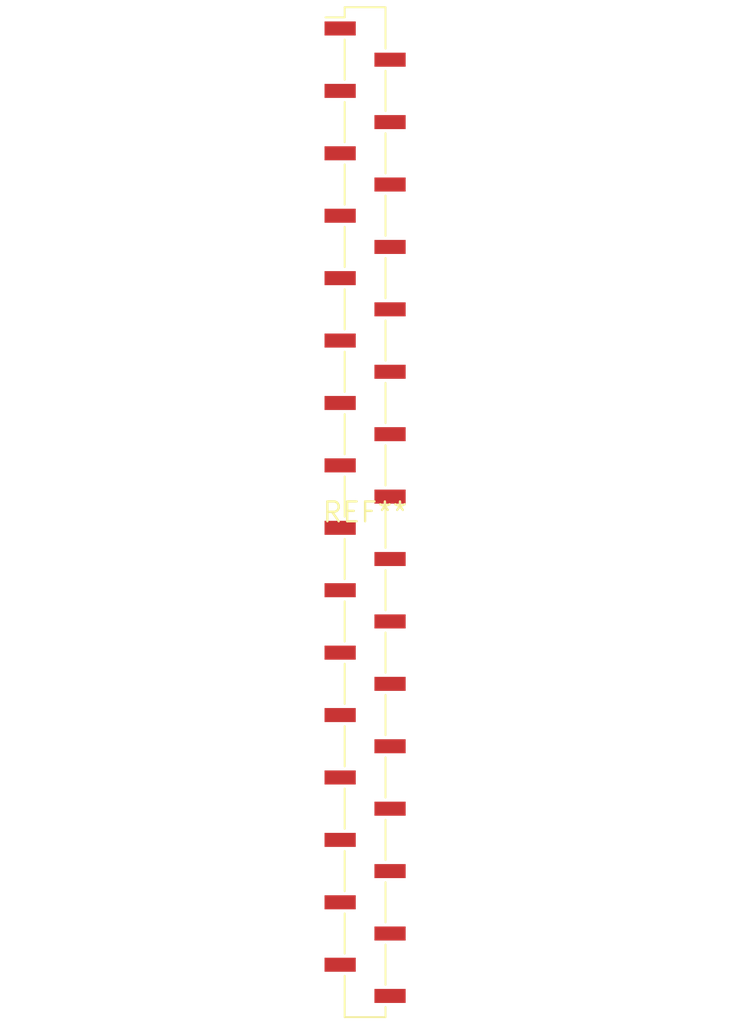
<source format=kicad_pcb>
(kicad_pcb (version 20240108) (generator pcbnew)
  (layers (0 "F.Cu" signal) (31 "B.Cu" signal) (34 "B.Paste" user) (35 "F.Paste" user) (36 "B.SilkS" user "B.Silkscreen") (37 "F.SilkS" user "F.Silkscreen") (38 "B.Mask" user) (39 "F.Mask" user) (44 "Edge.Cuts" user))
  (net 0 "")
  (footprint "PinSocket_1x32_P2.00mm_Vertical_SMD_Pin1Left" (layer "F.Cu") (at 0 0)
    (property "Reference" "REF**")
    (property "Value" "PinSocket_1x32_P2.00mm_Vertical_SMD_Pin1Left")
    (fp_line (start -2.54 -31.71) (end -1.31 -31.71) (layer "F.SilkS") (stroke (width 0.12)))
    (fp_line (start -1.31 -32.36) (end -1.31 -31.71) (layer "F.SilkS") (stroke (width 0.12)))
    (fp_line (start -1.31 -32.36) (end 1.31 -32.36) (layer "F.SilkS") (stroke (width 0.12)))
    (fp_line (start -1.31 -30.29) (end -1.31 -27.71) (layer "F.SilkS") (stroke (width 0.12)))
    (fp_line (start -1.31 -26.29) (end -1.31 -23.71) (layer "F.SilkS") (stroke (width 0.12)))
    (fp_line (start -1.31 -22.29) (end -1.31 -19.71) (layer "F.SilkS") (stroke (width 0.12)))
    (fp_line (start -1.31 -18.29) (end -1.31 -15.71) (layer "F.SilkS") (stroke (width 0.12)))
    (fp_line (start -1.31 -14.29) (end -1.31 -11.71) (layer "F.SilkS") (stroke (width 0.12)))
    (fp_line (start -1.31 -10.29) (end -1.31 -7.71) (layer "F.SilkS") (stroke (width 0.12)))
    (fp_line (start -1.31 -6.29) (end -1.31 -3.71) (layer "F.SilkS") (stroke (width 0.12)))
    (fp_line (start -1.31 -2.29) (end -1.31 0.29) (layer "F.SilkS") (stroke (width 0.12)))
    (fp_line (start -1.31 1.71) (end -1.31 4.29) (layer "F.SilkS") (stroke (width 0.12)))
    (fp_line (start -1.31 5.71) (end -1.31 8.29) (layer "F.SilkS") (stroke (width 0.12)))
    (fp_line (start -1.31 9.71) (end -1.31 12.29) (layer "F.SilkS") (stroke (width 0.12)))
    (fp_line (start -1.31 13.71) (end -1.31 16.29) (layer "F.SilkS") (stroke (width 0.12)))
    (fp_line (start -1.31 17.71) (end -1.31 20.29) (layer "F.SilkS") (stroke (width 0.12)))
    (fp_line (start -1.31 21.71) (end -1.31 24.29) (layer "F.SilkS") (stroke (width 0.12)))
    (fp_line (start -1.31 25.71) (end -1.31 28.29) (layer "F.SilkS") (stroke (width 0.12)))
    (fp_line (start -1.31 29.71) (end -1.31 32.36) (layer "F.SilkS") (stroke (width 0.12)))
    (fp_line (start -1.31 32.36) (end 1.31 32.36) (layer "F.SilkS") (stroke (width 0.12)))
    (fp_line (start 1.31 -32.36) (end 1.31 -29.71) (layer "F.SilkS") (stroke (width 0.12)))
    (fp_line (start 1.31 -28.29) (end 1.31 -25.71) (layer "F.SilkS") (stroke (width 0.12)))
    (fp_line (start 1.31 -24.29) (end 1.31 -21.71) (layer "F.SilkS") (stroke (width 0.12)))
    (fp_line (start 1.31 -20.29) (end 1.31 -17.71) (layer "F.SilkS") (stroke (width 0.12)))
    (fp_line (start 1.31 -16.29) (end 1.31 -13.71) (layer "F.SilkS") (stroke (width 0.12)))
    (fp_line (start 1.31 -12.29) (end 1.31 -9.71) (layer "F.SilkS") (stroke (width 0.12)))
    (fp_line (start 1.31 -8.29) (end 1.31 -5.71) (layer "F.SilkS") (stroke (width 0.12)))
    (fp_line (start 1.31 -4.29) (end 1.31 -1.71) (layer "F.SilkS") (stroke (width 0.12)))
    (fp_line (start 1.31 -0.29) (end 1.31 2.29) (layer "F.SilkS") (stroke (width 0.12)))
    (fp_line (start 1.31 3.71) (end 1.31 6.29) (layer "F.SilkS") (stroke (width 0.12)))
    (fp_line (start 1.31 7.71) (end 1.31 10.29) (layer "F.SilkS") (stroke (width 0.12)))
    (fp_line (start 1.31 11.71) (end 1.31 14.29) (layer "F.SilkS") (stroke (width 0.12)))
    (fp_line (start 1.31 15.71) (end 1.31 18.29) (layer "F.SilkS") (stroke (width 0.12)))
    (fp_line (start 1.31 19.71) (end 1.31 22.29) (layer "F.SilkS") (stroke (width 0.12)))
    (fp_line (start 1.31 23.71) (end 1.31 26.29) (layer "F.SilkS") (stroke (width 0.12)))
    (fp_line (start 1.31 27.71) (end 1.31 30.29) (layer "F.SilkS") (stroke (width 0.12)))
    (fp_line (start 1.31 31.71) (end 1.31 32.36) (layer "F.SilkS") (stroke (width 0.12)))
    (pad "1" smd rect (at -1.6 -31) (size 2 0.9) (layers "F.Cu" "F.Paste" "F.Mask"))
    (pad "2" smd rect (at 1.6 -29) (size 2 0.9) (layers "F.Cu" "F.Paste" "F.Mask"))
    (pad "3" smd rect (at -1.6 -27) (size 2 0.9) (layers "F.Cu" "F.Paste" "F.Mask"))
    (pad "4" smd rect (at 1.6 -25) (size 2 0.9) (layers "F.Cu" "F.Paste" "F.Mask"))
    (pad "5" smd rect (at -1.6 -23) (size 2 0.9) (layers "F.Cu" "F.Paste" "F.Mask"))
    (pad "6" smd rect (at 1.6 -21) (size 2 0.9) (layers "F.Cu" "F.Paste" "F.Mask"))
    (pad "7" smd rect (at -1.6 -19) (size 2 0.9) (layers "F.Cu" "F.Paste" "F.Mask"))
    (pad "8" smd rect (at 1.6 -17) (size 2 0.9) (layers "F.Cu" "F.Paste" "F.Mask"))
    (pad "9" smd rect (at -1.6 -15) (size 2 0.9) (layers "F.Cu" "F.Paste" "F.Mask"))
    (pad "10" smd rect (at 1.6 -13) (size 2 0.9) (layers "F.Cu" "F.Paste" "F.Mask"))
    (pad "11" smd rect (at -1.6 -11) (size 2 0.9) (layers "F.Cu" "F.Paste" "F.Mask"))
    (pad "12" smd rect (at 1.6 -9) (size 2 0.9) (layers "F.Cu" "F.Paste" "F.Mask"))
    (pad "13" smd rect (at -1.6 -7) (size 2 0.9) (layers "F.Cu" "F.Paste" "F.Mask"))
    (pad "14" smd rect (at 1.6 -5) (size 2 0.9) (layers "F.Cu" "F.Paste" "F.Mask"))
    (pad "15" smd rect (at -1.6 -3) (size 2 0.9) (layers "F.Cu" "F.Paste" "F.Mask"))
    (pad "16" smd rect (at 1.6 -1) (size 2 0.9) (layers "F.Cu" "F.Paste" "F.Mask"))
    (pad "17" smd rect (at -1.6 1) (size 2 0.9) (layers "F.Cu" "F.Paste" "F.Mask"))
    (pad "18" smd rect (at 1.6 3) (size 2 0.9) (layers "F.Cu" "F.Paste" "F.Mask"))
    (pad "19" smd rect (at -1.6 5) (size 2 0.9) (layers "F.Cu" "F.Paste" "F.Mask"))
    (pad "20" smd rect (at 1.6 7) (size 2 0.9) (layers "F.Cu" "F.Paste" "F.Mask"))
    (pad "21" smd rect (at -1.6 9) (size 2 0.9) (layers "F.Cu" "F.Paste" "F.Mask"))
    (pad "22" smd rect (at 1.6 11) (size 2 0.9) (layers "F.Cu" "F.Paste" "F.Mask"))
    (pad "23" smd rect (at -1.6 13) (size 2 0.9) (layers "F.Cu" "F.Paste" "F.Mask"))
    (pad "24" smd rect (at 1.6 15) (size 2 0.9) (layers "F.Cu" "F.Paste" "F.Mask"))
    (pad "25" smd rect (at -1.6 17) (size 2 0.9) (layers "F.Cu" "F.Paste" "F.Mask"))
    (pad "26" smd rect (at 1.6 19) (size 2 0.9) (layers "F.Cu" "F.Paste" "F.Mask"))
    (pad "27" smd rect (at -1.6 21) (size 2 0.9) (layers "F.Cu" "F.Paste" "F.Mask"))
    (pad "28" smd rect (at 1.6 23) (size 2 0.9) (layers "F.Cu" "F.Paste" "F.Mask"))
    (pad "29" smd rect (at -1.6 25) (size 2 0.9) (layers "F.Cu" "F.Paste" "F.Mask"))
    (pad "30" smd rect (at 1.6 27) (size 2 0.9) (layers "F.Cu" "F.Paste" "F.Mask"))
    (pad "31" smd rect (at -1.6 29) (size 2 0.9) (layers "F.Cu" "F.Paste" "F.Mask"))
    (pad "32" smd rect (at 1.6 31) (size 2 0.9) (layers "F.Cu" "F.Paste" "F.Mask"))
  )
)
</source>
